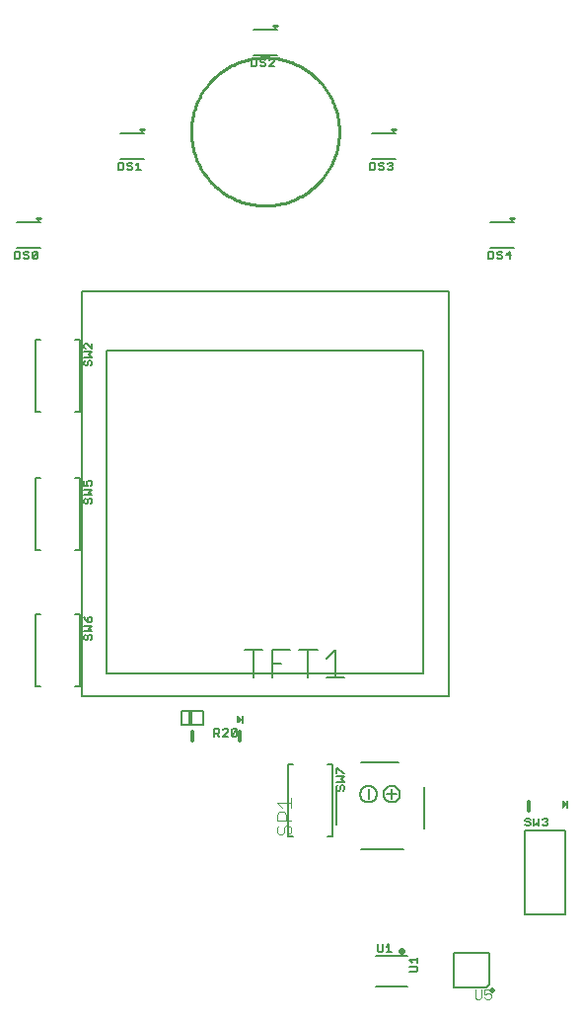
<source format=gbr>
G04 EAGLE Gerber RS-274X export*
G75*
%MOMM*%
%FSLAX34Y34*%
%LPD*%
%INSilkscreen Top*%
%IPPOS*%
%AMOC8*
5,1,8,0,0,1.08239X$1,22.5*%
G01*
%ADD10C,0.254000*%
%ADD11R,0.127000X0.762000*%
%ADD12C,0.304800*%
%ADD13C,0.127000*%
%ADD14C,0.152400*%
%ADD15C,0.101600*%
%ADD16C,0.203200*%
%ADD17C,0.300000*%
%ADD18C,0.508000*%

G36*
X256101Y241943D02*
X256101Y241943D01*
X256130Y241942D01*
X256220Y241969D01*
X256312Y241989D01*
X256337Y242004D01*
X256366Y242013D01*
X256508Y242103D01*
X259683Y244643D01*
X259752Y244720D01*
X259825Y244793D01*
X259834Y244811D01*
X259847Y244825D01*
X259889Y244921D01*
X259935Y245013D01*
X259937Y245033D01*
X259945Y245051D01*
X259954Y245154D01*
X259968Y245257D01*
X259964Y245276D01*
X259966Y245296D01*
X259941Y245397D01*
X259922Y245499D01*
X259912Y245516D01*
X259908Y245535D01*
X259852Y245623D01*
X259801Y245713D01*
X259784Y245730D01*
X259776Y245743D01*
X259751Y245763D01*
X259683Y245831D01*
X256508Y248371D01*
X256482Y248386D01*
X256460Y248407D01*
X256375Y248446D01*
X256293Y248492D01*
X256264Y248498D01*
X256237Y248510D01*
X256144Y248520D01*
X256052Y248538D01*
X256022Y248534D01*
X255993Y248537D01*
X255901Y248517D01*
X255808Y248505D01*
X255781Y248491D01*
X255752Y248485D01*
X255672Y248437D01*
X255588Y248395D01*
X255567Y248374D01*
X255541Y248359D01*
X255480Y248287D01*
X255414Y248221D01*
X255401Y248195D01*
X255381Y248172D01*
X255346Y248085D01*
X255304Y248001D01*
X255300Y247971D01*
X255289Y247944D01*
X255271Y247777D01*
X255271Y242697D01*
X255276Y242668D01*
X255273Y242638D01*
X255295Y242547D01*
X255311Y242454D01*
X255324Y242428D01*
X255331Y242399D01*
X255382Y242320D01*
X255426Y242237D01*
X255447Y242216D01*
X255463Y242191D01*
X255536Y242132D01*
X255604Y242068D01*
X255631Y242055D01*
X255654Y242036D01*
X255742Y242003D01*
X255827Y241964D01*
X255857Y241961D01*
X255884Y241950D01*
X255978Y241947D01*
X256071Y241937D01*
X256101Y241943D01*
G37*
G36*
X534866Y169045D02*
X534866Y169045D01*
X534895Y169044D01*
X534985Y169071D01*
X535077Y169091D01*
X535102Y169106D01*
X535131Y169115D01*
X535273Y169205D01*
X538448Y171745D01*
X538517Y171822D01*
X538590Y171895D01*
X538599Y171913D01*
X538612Y171927D01*
X538654Y172023D01*
X538700Y172115D01*
X538702Y172135D01*
X538710Y172153D01*
X538719Y172256D01*
X538733Y172359D01*
X538729Y172378D01*
X538731Y172398D01*
X538706Y172499D01*
X538687Y172601D01*
X538677Y172618D01*
X538673Y172637D01*
X538617Y172725D01*
X538566Y172815D01*
X538549Y172832D01*
X538541Y172845D01*
X538516Y172865D01*
X538448Y172933D01*
X535273Y175473D01*
X535247Y175488D01*
X535225Y175509D01*
X535140Y175548D01*
X535058Y175594D01*
X535029Y175600D01*
X535002Y175612D01*
X534909Y175622D01*
X534817Y175640D01*
X534787Y175636D01*
X534758Y175639D01*
X534666Y175619D01*
X534573Y175607D01*
X534546Y175593D01*
X534517Y175587D01*
X534437Y175539D01*
X534353Y175497D01*
X534332Y175476D01*
X534306Y175461D01*
X534245Y175389D01*
X534179Y175323D01*
X534166Y175297D01*
X534146Y175274D01*
X534111Y175187D01*
X534069Y175103D01*
X534065Y175073D01*
X534054Y175046D01*
X534036Y174879D01*
X534036Y169799D01*
X534041Y169770D01*
X534038Y169740D01*
X534060Y169649D01*
X534076Y169556D01*
X534089Y169530D01*
X534096Y169501D01*
X534147Y169422D01*
X534191Y169339D01*
X534212Y169318D01*
X534228Y169293D01*
X534301Y169234D01*
X534369Y169170D01*
X534396Y169157D01*
X534419Y169138D01*
X534507Y169105D01*
X534592Y169066D01*
X534622Y169063D01*
X534649Y169052D01*
X534743Y169049D01*
X534836Y169039D01*
X534866Y169045D01*
G37*
D10*
X215900Y749300D02*
X215919Y750858D01*
X215976Y752416D01*
X216072Y753971D01*
X216206Y755524D01*
X216378Y757073D01*
X216587Y758617D01*
X216835Y760156D01*
X217120Y761688D01*
X217443Y763213D01*
X217803Y764729D01*
X218200Y766236D01*
X218634Y767733D01*
X219105Y769219D01*
X219612Y770693D01*
X220155Y772153D01*
X220734Y773600D01*
X221348Y775033D01*
X221997Y776450D01*
X222680Y777850D01*
X223398Y779234D01*
X224149Y780599D01*
X224934Y781946D01*
X225752Y783272D01*
X226602Y784579D01*
X227483Y785864D01*
X228396Y787127D01*
X229340Y788367D01*
X230314Y789584D01*
X231317Y790776D01*
X232350Y791944D01*
X233410Y793086D01*
X234499Y794201D01*
X235614Y795290D01*
X236756Y796350D01*
X237924Y797383D01*
X239116Y798386D01*
X240333Y799360D01*
X241573Y800304D01*
X242836Y801217D01*
X244121Y802098D01*
X245428Y802948D01*
X246754Y803766D01*
X248101Y804551D01*
X249466Y805302D01*
X250850Y806020D01*
X252250Y806703D01*
X253667Y807352D01*
X255100Y807966D01*
X256547Y808545D01*
X258007Y809088D01*
X259481Y809595D01*
X260967Y810066D01*
X262464Y810500D01*
X263971Y810897D01*
X265487Y811257D01*
X267012Y811580D01*
X268544Y811865D01*
X270083Y812113D01*
X271627Y812322D01*
X273176Y812494D01*
X274729Y812628D01*
X276284Y812724D01*
X277842Y812781D01*
X279400Y812800D01*
X280958Y812781D01*
X282516Y812724D01*
X284071Y812628D01*
X285624Y812494D01*
X287173Y812322D01*
X288717Y812113D01*
X290256Y811865D01*
X291788Y811580D01*
X293313Y811257D01*
X294829Y810897D01*
X296336Y810500D01*
X297833Y810066D01*
X299319Y809595D01*
X300793Y809088D01*
X302253Y808545D01*
X303700Y807966D01*
X305133Y807352D01*
X306550Y806703D01*
X307950Y806020D01*
X309334Y805302D01*
X310699Y804551D01*
X312046Y803766D01*
X313372Y802948D01*
X314679Y802098D01*
X315964Y801217D01*
X317227Y800304D01*
X318467Y799360D01*
X319684Y798386D01*
X320876Y797383D01*
X322044Y796350D01*
X323186Y795290D01*
X324301Y794201D01*
X325390Y793086D01*
X326450Y791944D01*
X327483Y790776D01*
X328486Y789584D01*
X329460Y788367D01*
X330404Y787127D01*
X331317Y785864D01*
X332198Y784579D01*
X333048Y783272D01*
X333866Y781946D01*
X334651Y780599D01*
X335402Y779234D01*
X336120Y777850D01*
X336803Y776450D01*
X337452Y775033D01*
X338066Y773600D01*
X338645Y772153D01*
X339188Y770693D01*
X339695Y769219D01*
X340166Y767733D01*
X340600Y766236D01*
X340997Y764729D01*
X341357Y763213D01*
X341680Y761688D01*
X341965Y760156D01*
X342213Y758617D01*
X342422Y757073D01*
X342594Y755524D01*
X342728Y753971D01*
X342824Y752416D01*
X342881Y750858D01*
X342900Y749300D01*
X342881Y747742D01*
X342824Y746184D01*
X342728Y744629D01*
X342594Y743076D01*
X342422Y741527D01*
X342213Y739983D01*
X341965Y738444D01*
X341680Y736912D01*
X341357Y735387D01*
X340997Y733871D01*
X340600Y732364D01*
X340166Y730867D01*
X339695Y729381D01*
X339188Y727907D01*
X338645Y726447D01*
X338066Y725000D01*
X337452Y723567D01*
X336803Y722150D01*
X336120Y720750D01*
X335402Y719366D01*
X334651Y718001D01*
X333866Y716654D01*
X333048Y715328D01*
X332198Y714021D01*
X331317Y712736D01*
X330404Y711473D01*
X329460Y710233D01*
X328486Y709016D01*
X327483Y707824D01*
X326450Y706656D01*
X325390Y705514D01*
X324301Y704399D01*
X323186Y703310D01*
X322044Y702250D01*
X320876Y701217D01*
X319684Y700214D01*
X318467Y699240D01*
X317227Y698296D01*
X315964Y697383D01*
X314679Y696502D01*
X313372Y695652D01*
X312046Y694834D01*
X310699Y694049D01*
X309334Y693298D01*
X307950Y692580D01*
X306550Y691897D01*
X305133Y691248D01*
X303700Y690634D01*
X302253Y690055D01*
X300793Y689512D01*
X299319Y689005D01*
X297833Y688534D01*
X296336Y688100D01*
X294829Y687703D01*
X293313Y687343D01*
X291788Y687020D01*
X290256Y686735D01*
X288717Y686487D01*
X287173Y686278D01*
X285624Y686106D01*
X284071Y685972D01*
X282516Y685876D01*
X280958Y685819D01*
X279400Y685800D01*
X277842Y685819D01*
X276284Y685876D01*
X274729Y685972D01*
X273176Y686106D01*
X271627Y686278D01*
X270083Y686487D01*
X268544Y686735D01*
X267012Y687020D01*
X265487Y687343D01*
X263971Y687703D01*
X262464Y688100D01*
X260967Y688534D01*
X259481Y689005D01*
X258007Y689512D01*
X256547Y690055D01*
X255100Y690634D01*
X253667Y691248D01*
X252250Y691897D01*
X250850Y692580D01*
X249466Y693298D01*
X248101Y694049D01*
X246754Y694834D01*
X245428Y695652D01*
X244121Y696502D01*
X242836Y697383D01*
X241573Y698296D01*
X240333Y699240D01*
X239116Y700214D01*
X237924Y701217D01*
X236756Y702250D01*
X235614Y703310D01*
X234499Y704399D01*
X233410Y705514D01*
X232350Y706656D01*
X231317Y707824D01*
X230314Y709016D01*
X229340Y710233D01*
X228396Y711473D01*
X227483Y712736D01*
X226602Y714021D01*
X225752Y715328D01*
X224934Y716654D01*
X224149Y718001D01*
X223398Y719366D01*
X222680Y720750D01*
X221997Y722150D01*
X221348Y723567D01*
X220734Y725000D01*
X220155Y726447D01*
X219612Y727907D01*
X219105Y729381D01*
X218634Y730867D01*
X218200Y732364D01*
X217803Y733871D01*
X217443Y735387D01*
X217120Y736912D01*
X216835Y738444D01*
X216587Y739983D01*
X216378Y741527D01*
X216206Y743076D01*
X216072Y744629D01*
X215976Y746184D01*
X215919Y747742D01*
X215900Y749300D01*
D11*
X538607Y172339D03*
X259842Y245237D03*
D12*
X505460Y175069D02*
X505460Y167069D01*
X257810Y227013D02*
X257810Y235013D01*
D13*
X120600Y570750D02*
X116600Y570750D01*
X120600Y570750D02*
X120600Y508750D01*
X116600Y508750D01*
X86600Y570750D02*
X82600Y570750D01*
X82600Y508750D01*
X86600Y508750D01*
D14*
X124056Y551794D02*
X125158Y552896D01*
X124056Y551794D02*
X124056Y549591D01*
X125158Y548490D01*
X126260Y548490D01*
X127361Y549591D01*
X127361Y551794D01*
X128463Y552896D01*
X129564Y552896D01*
X130666Y551794D01*
X130666Y549591D01*
X129564Y548490D01*
X130666Y555974D02*
X124056Y555974D01*
X128463Y558177D02*
X130666Y555974D01*
X128463Y558177D02*
X130666Y560380D01*
X124056Y560380D01*
X130666Y563458D02*
X130666Y567864D01*
X130666Y563458D02*
X126260Y567864D01*
X125158Y567864D01*
X124056Y566763D01*
X124056Y564559D01*
X125158Y563458D01*
D13*
X120600Y452640D02*
X116600Y452640D01*
X120600Y452640D02*
X120600Y390640D01*
X116600Y390640D01*
X86600Y452640D02*
X82600Y452640D01*
X82600Y390640D01*
X86600Y390640D01*
D14*
X124056Y433684D02*
X125158Y434786D01*
X124056Y433684D02*
X124056Y431481D01*
X125158Y430380D01*
X126260Y430380D01*
X127361Y431481D01*
X127361Y433684D01*
X128463Y434786D01*
X129564Y434786D01*
X130666Y433684D01*
X130666Y431481D01*
X129564Y430380D01*
X130666Y437864D02*
X124056Y437864D01*
X128463Y440067D02*
X130666Y437864D01*
X128463Y440067D02*
X130666Y442270D01*
X124056Y442270D01*
X124056Y445348D02*
X124056Y449754D01*
X124056Y445348D02*
X127361Y445348D01*
X126260Y447551D01*
X126260Y448653D01*
X127361Y449754D01*
X129564Y449754D01*
X130666Y448653D01*
X130666Y446449D01*
X129564Y445348D01*
D13*
X120600Y335800D02*
X116600Y335800D01*
X120600Y335800D02*
X120600Y273800D01*
X116600Y273800D01*
X86600Y335800D02*
X82600Y335800D01*
X82600Y273800D01*
X86600Y273800D01*
D14*
X124056Y316844D02*
X125158Y317946D01*
X124056Y316844D02*
X124056Y314641D01*
X125158Y313540D01*
X126260Y313540D01*
X127361Y314641D01*
X127361Y316844D01*
X128463Y317946D01*
X129564Y317946D01*
X130666Y316844D01*
X130666Y314641D01*
X129564Y313540D01*
X130666Y321024D02*
X124056Y321024D01*
X128463Y323227D02*
X130666Y321024D01*
X128463Y323227D02*
X130666Y325430D01*
X124056Y325430D01*
X125158Y330711D02*
X124056Y332914D01*
X125158Y330711D02*
X127361Y328508D01*
X129564Y328508D01*
X130666Y329609D01*
X130666Y331813D01*
X129564Y332914D01*
X128463Y332914D01*
X127361Y331813D01*
X127361Y328508D01*
D13*
X333263Y206668D02*
X337263Y206668D01*
X337263Y144668D01*
X333263Y144668D01*
X303263Y206668D02*
X299263Y206668D01*
X299263Y144668D01*
X303263Y144668D01*
D14*
X340719Y187712D02*
X341821Y188814D01*
X340719Y187712D02*
X340719Y185509D01*
X341821Y184408D01*
X342923Y184408D01*
X344024Y185509D01*
X344024Y187712D01*
X345126Y188814D01*
X346227Y188814D01*
X347329Y187712D01*
X347329Y185509D01*
X346227Y184408D01*
X347329Y191892D02*
X340719Y191892D01*
X345126Y194095D02*
X347329Y191892D01*
X345126Y194095D02*
X347329Y196298D01*
X340719Y196298D01*
X340719Y199376D02*
X340719Y203782D01*
X341821Y203782D01*
X346227Y199376D01*
X347329Y199376D01*
D13*
X381020Y181416D02*
X381022Y181590D01*
X381029Y181763D01*
X381039Y181936D01*
X381054Y182109D01*
X381073Y182282D01*
X381097Y182454D01*
X381124Y182625D01*
X381156Y182795D01*
X381192Y182965D01*
X381232Y183134D01*
X381276Y183302D01*
X381324Y183469D01*
X381377Y183634D01*
X381433Y183798D01*
X381494Y183961D01*
X381558Y184122D01*
X381627Y184281D01*
X381699Y184439D01*
X381775Y184595D01*
X381855Y184749D01*
X381939Y184901D01*
X382026Y185051D01*
X382117Y185199D01*
X382212Y185344D01*
X382310Y185488D01*
X382412Y185628D01*
X382517Y185766D01*
X382625Y185902D01*
X382737Y186035D01*
X382852Y186165D01*
X382970Y186292D01*
X383091Y186416D01*
X383215Y186537D01*
X383342Y186655D01*
X383472Y186770D01*
X383605Y186882D01*
X383741Y186990D01*
X383879Y187095D01*
X384019Y187197D01*
X384163Y187295D01*
X384308Y187390D01*
X384456Y187481D01*
X384606Y187568D01*
X384758Y187652D01*
X384912Y187732D01*
X385068Y187808D01*
X385226Y187880D01*
X385385Y187949D01*
X385546Y188013D01*
X385709Y188074D01*
X385873Y188130D01*
X386038Y188183D01*
X386205Y188231D01*
X386373Y188275D01*
X386542Y188315D01*
X386712Y188351D01*
X386882Y188383D01*
X387053Y188410D01*
X387225Y188434D01*
X387398Y188453D01*
X387571Y188468D01*
X387744Y188478D01*
X387917Y188485D01*
X388091Y188487D01*
X388265Y188485D01*
X388438Y188478D01*
X388611Y188468D01*
X388784Y188453D01*
X388957Y188434D01*
X389129Y188410D01*
X389300Y188383D01*
X389470Y188351D01*
X389640Y188315D01*
X389809Y188275D01*
X389977Y188231D01*
X390144Y188183D01*
X390309Y188130D01*
X390473Y188074D01*
X390636Y188013D01*
X390797Y187949D01*
X390956Y187880D01*
X391114Y187808D01*
X391270Y187732D01*
X391424Y187652D01*
X391576Y187568D01*
X391726Y187481D01*
X391874Y187390D01*
X392019Y187295D01*
X392163Y187197D01*
X392303Y187095D01*
X392441Y186990D01*
X392577Y186882D01*
X392710Y186770D01*
X392840Y186655D01*
X392967Y186537D01*
X393091Y186416D01*
X393212Y186292D01*
X393330Y186165D01*
X393445Y186035D01*
X393557Y185902D01*
X393665Y185766D01*
X393770Y185628D01*
X393872Y185488D01*
X393970Y185344D01*
X394065Y185199D01*
X394156Y185051D01*
X394243Y184901D01*
X394327Y184749D01*
X394407Y184595D01*
X394483Y184439D01*
X394555Y184281D01*
X394624Y184122D01*
X394688Y183961D01*
X394749Y183798D01*
X394805Y183634D01*
X394858Y183469D01*
X394906Y183302D01*
X394950Y183134D01*
X394990Y182965D01*
X395026Y182795D01*
X395058Y182625D01*
X395085Y182454D01*
X395109Y182282D01*
X395128Y182109D01*
X395143Y181936D01*
X395153Y181763D01*
X395160Y181590D01*
X395162Y181416D01*
X395160Y181242D01*
X395153Y181069D01*
X395143Y180896D01*
X395128Y180723D01*
X395109Y180550D01*
X395085Y180378D01*
X395058Y180207D01*
X395026Y180037D01*
X394990Y179867D01*
X394950Y179698D01*
X394906Y179530D01*
X394858Y179363D01*
X394805Y179198D01*
X394749Y179034D01*
X394688Y178871D01*
X394624Y178710D01*
X394555Y178551D01*
X394483Y178393D01*
X394407Y178237D01*
X394327Y178083D01*
X394243Y177931D01*
X394156Y177781D01*
X394065Y177633D01*
X393970Y177488D01*
X393872Y177344D01*
X393770Y177204D01*
X393665Y177066D01*
X393557Y176930D01*
X393445Y176797D01*
X393330Y176667D01*
X393212Y176540D01*
X393091Y176416D01*
X392967Y176295D01*
X392840Y176177D01*
X392710Y176062D01*
X392577Y175950D01*
X392441Y175842D01*
X392303Y175737D01*
X392163Y175635D01*
X392019Y175537D01*
X391874Y175442D01*
X391726Y175351D01*
X391576Y175264D01*
X391424Y175180D01*
X391270Y175100D01*
X391114Y175024D01*
X390956Y174952D01*
X390797Y174883D01*
X390636Y174819D01*
X390473Y174758D01*
X390309Y174702D01*
X390144Y174649D01*
X389977Y174601D01*
X389809Y174557D01*
X389640Y174517D01*
X389470Y174481D01*
X389300Y174449D01*
X389129Y174422D01*
X388957Y174398D01*
X388784Y174379D01*
X388611Y174364D01*
X388438Y174354D01*
X388265Y174347D01*
X388091Y174345D01*
X387917Y174347D01*
X387744Y174354D01*
X387571Y174364D01*
X387398Y174379D01*
X387225Y174398D01*
X387053Y174422D01*
X386882Y174449D01*
X386712Y174481D01*
X386542Y174517D01*
X386373Y174557D01*
X386205Y174601D01*
X386038Y174649D01*
X385873Y174702D01*
X385709Y174758D01*
X385546Y174819D01*
X385385Y174883D01*
X385226Y174952D01*
X385068Y175024D01*
X384912Y175100D01*
X384758Y175180D01*
X384606Y175264D01*
X384456Y175351D01*
X384308Y175442D01*
X384163Y175537D01*
X384019Y175635D01*
X383879Y175737D01*
X383741Y175842D01*
X383605Y175950D01*
X383472Y176062D01*
X383342Y176177D01*
X383215Y176295D01*
X383091Y176416D01*
X382970Y176540D01*
X382852Y176667D01*
X382737Y176797D01*
X382625Y176930D01*
X382517Y177066D01*
X382412Y177204D01*
X382310Y177344D01*
X382212Y177488D01*
X382117Y177633D01*
X382026Y177781D01*
X381939Y177931D01*
X381855Y178083D01*
X381775Y178237D01*
X381699Y178393D01*
X381627Y178551D01*
X381558Y178710D01*
X381494Y178871D01*
X381433Y179034D01*
X381377Y179198D01*
X381324Y179363D01*
X381276Y179530D01*
X381232Y179698D01*
X381192Y179867D01*
X381156Y180037D01*
X381124Y180207D01*
X381097Y180378D01*
X381073Y180550D01*
X381054Y180723D01*
X381039Y180896D01*
X381029Y181069D01*
X381022Y181242D01*
X381020Y181416D01*
X388091Y177416D02*
X388091Y185416D01*
X384091Y181416D02*
X392091Y181416D01*
X398091Y133916D02*
X361591Y133916D01*
X415591Y151416D02*
X415591Y187416D01*
X394091Y208916D02*
X362091Y208916D01*
X340591Y187416D02*
X340591Y155416D01*
X361020Y181416D02*
X361022Y181590D01*
X361029Y181763D01*
X361039Y181936D01*
X361054Y182109D01*
X361073Y182282D01*
X361097Y182454D01*
X361124Y182625D01*
X361156Y182795D01*
X361192Y182965D01*
X361232Y183134D01*
X361276Y183302D01*
X361324Y183469D01*
X361377Y183634D01*
X361433Y183798D01*
X361494Y183961D01*
X361558Y184122D01*
X361627Y184281D01*
X361699Y184439D01*
X361775Y184595D01*
X361855Y184749D01*
X361939Y184901D01*
X362026Y185051D01*
X362117Y185199D01*
X362212Y185344D01*
X362310Y185488D01*
X362412Y185628D01*
X362517Y185766D01*
X362625Y185902D01*
X362737Y186035D01*
X362852Y186165D01*
X362970Y186292D01*
X363091Y186416D01*
X363215Y186537D01*
X363342Y186655D01*
X363472Y186770D01*
X363605Y186882D01*
X363741Y186990D01*
X363879Y187095D01*
X364019Y187197D01*
X364163Y187295D01*
X364308Y187390D01*
X364456Y187481D01*
X364606Y187568D01*
X364758Y187652D01*
X364912Y187732D01*
X365068Y187808D01*
X365226Y187880D01*
X365385Y187949D01*
X365546Y188013D01*
X365709Y188074D01*
X365873Y188130D01*
X366038Y188183D01*
X366205Y188231D01*
X366373Y188275D01*
X366542Y188315D01*
X366712Y188351D01*
X366882Y188383D01*
X367053Y188410D01*
X367225Y188434D01*
X367398Y188453D01*
X367571Y188468D01*
X367744Y188478D01*
X367917Y188485D01*
X368091Y188487D01*
X368265Y188485D01*
X368438Y188478D01*
X368611Y188468D01*
X368784Y188453D01*
X368957Y188434D01*
X369129Y188410D01*
X369300Y188383D01*
X369470Y188351D01*
X369640Y188315D01*
X369809Y188275D01*
X369977Y188231D01*
X370144Y188183D01*
X370309Y188130D01*
X370473Y188074D01*
X370636Y188013D01*
X370797Y187949D01*
X370956Y187880D01*
X371114Y187808D01*
X371270Y187732D01*
X371424Y187652D01*
X371576Y187568D01*
X371726Y187481D01*
X371874Y187390D01*
X372019Y187295D01*
X372163Y187197D01*
X372303Y187095D01*
X372441Y186990D01*
X372577Y186882D01*
X372710Y186770D01*
X372840Y186655D01*
X372967Y186537D01*
X373091Y186416D01*
X373212Y186292D01*
X373330Y186165D01*
X373445Y186035D01*
X373557Y185902D01*
X373665Y185766D01*
X373770Y185628D01*
X373872Y185488D01*
X373970Y185344D01*
X374065Y185199D01*
X374156Y185051D01*
X374243Y184901D01*
X374327Y184749D01*
X374407Y184595D01*
X374483Y184439D01*
X374555Y184281D01*
X374624Y184122D01*
X374688Y183961D01*
X374749Y183798D01*
X374805Y183634D01*
X374858Y183469D01*
X374906Y183302D01*
X374950Y183134D01*
X374990Y182965D01*
X375026Y182795D01*
X375058Y182625D01*
X375085Y182454D01*
X375109Y182282D01*
X375128Y182109D01*
X375143Y181936D01*
X375153Y181763D01*
X375160Y181590D01*
X375162Y181416D01*
X375160Y181242D01*
X375153Y181069D01*
X375143Y180896D01*
X375128Y180723D01*
X375109Y180550D01*
X375085Y180378D01*
X375058Y180207D01*
X375026Y180037D01*
X374990Y179867D01*
X374950Y179698D01*
X374906Y179530D01*
X374858Y179363D01*
X374805Y179198D01*
X374749Y179034D01*
X374688Y178871D01*
X374624Y178710D01*
X374555Y178551D01*
X374483Y178393D01*
X374407Y178237D01*
X374327Y178083D01*
X374243Y177931D01*
X374156Y177781D01*
X374065Y177633D01*
X373970Y177488D01*
X373872Y177344D01*
X373770Y177204D01*
X373665Y177066D01*
X373557Y176930D01*
X373445Y176797D01*
X373330Y176667D01*
X373212Y176540D01*
X373091Y176416D01*
X372967Y176295D01*
X372840Y176177D01*
X372710Y176062D01*
X372577Y175950D01*
X372441Y175842D01*
X372303Y175737D01*
X372163Y175635D01*
X372019Y175537D01*
X371874Y175442D01*
X371726Y175351D01*
X371576Y175264D01*
X371424Y175180D01*
X371270Y175100D01*
X371114Y175024D01*
X370956Y174952D01*
X370797Y174883D01*
X370636Y174819D01*
X370473Y174758D01*
X370309Y174702D01*
X370144Y174649D01*
X369977Y174601D01*
X369809Y174557D01*
X369640Y174517D01*
X369470Y174481D01*
X369300Y174449D01*
X369129Y174422D01*
X368957Y174398D01*
X368784Y174379D01*
X368611Y174364D01*
X368438Y174354D01*
X368265Y174347D01*
X368091Y174345D01*
X367917Y174347D01*
X367744Y174354D01*
X367571Y174364D01*
X367398Y174379D01*
X367225Y174398D01*
X367053Y174422D01*
X366882Y174449D01*
X366712Y174481D01*
X366542Y174517D01*
X366373Y174557D01*
X366205Y174601D01*
X366038Y174649D01*
X365873Y174702D01*
X365709Y174758D01*
X365546Y174819D01*
X365385Y174883D01*
X365226Y174952D01*
X365068Y175024D01*
X364912Y175100D01*
X364758Y175180D01*
X364606Y175264D01*
X364456Y175351D01*
X364308Y175442D01*
X364163Y175537D01*
X364019Y175635D01*
X363879Y175737D01*
X363741Y175842D01*
X363605Y175950D01*
X363472Y176062D01*
X363342Y176177D01*
X363215Y176295D01*
X363091Y176416D01*
X362970Y176540D01*
X362852Y176667D01*
X362737Y176797D01*
X362625Y176930D01*
X362517Y177066D01*
X362412Y177204D01*
X362310Y177344D01*
X362212Y177488D01*
X362117Y177633D01*
X362026Y177781D01*
X361939Y177931D01*
X361855Y178083D01*
X361775Y178237D01*
X361699Y178393D01*
X361627Y178551D01*
X361558Y178710D01*
X361494Y178871D01*
X361433Y179034D01*
X361377Y179198D01*
X361324Y179363D01*
X361276Y179530D01*
X361232Y179698D01*
X361192Y179867D01*
X361156Y180037D01*
X361124Y180207D01*
X361097Y180378D01*
X361073Y180550D01*
X361054Y180723D01*
X361039Y180896D01*
X361029Y181069D01*
X361022Y181242D01*
X361020Y181416D01*
X368091Y177416D02*
X368091Y185416D01*
D15*
X291638Y154320D02*
X289689Y152371D01*
X289689Y148473D01*
X291638Y146524D01*
X293587Y146524D01*
X295536Y148473D01*
X295536Y152371D01*
X297485Y154320D01*
X299434Y154320D01*
X301383Y152371D01*
X301383Y148473D01*
X299434Y146524D01*
X301383Y158218D02*
X289689Y158218D01*
X289689Y164065D01*
X291638Y166014D01*
X295536Y166014D01*
X297485Y164065D01*
X297485Y158218D01*
X293587Y169912D02*
X289689Y173810D01*
X301383Y173810D01*
X301383Y169912D02*
X301383Y177708D01*
D13*
X86200Y671400D02*
X66200Y671400D01*
X66200Y649400D02*
X86200Y649400D01*
X87200Y675400D02*
X84200Y675400D01*
X83200Y675400D01*
X85200Y673400D01*
X87200Y675400D01*
X86200Y675400D01*
X85200Y674400D01*
D14*
X64510Y646644D02*
X64510Y640034D01*
X67814Y640034D01*
X68916Y641136D01*
X68916Y645542D01*
X67814Y646644D01*
X64510Y646644D01*
X75299Y646644D02*
X76400Y645542D01*
X75299Y646644D02*
X73095Y646644D01*
X71994Y645542D01*
X71994Y644440D01*
X73095Y643339D01*
X75299Y643339D01*
X76400Y642237D01*
X76400Y641136D01*
X75299Y640034D01*
X73095Y640034D01*
X71994Y641136D01*
X79478Y641136D02*
X79478Y645542D01*
X80579Y646644D01*
X82783Y646644D01*
X83884Y645542D01*
X83884Y641136D01*
X82783Y640034D01*
X80579Y640034D01*
X79478Y641136D01*
X83884Y645542D01*
D13*
X155100Y747600D02*
X175100Y747600D01*
X175100Y725600D02*
X155100Y725600D01*
X173100Y751600D02*
X176100Y751600D01*
X173100Y751600D02*
X172100Y751600D01*
X174100Y749600D01*
X176100Y751600D01*
X175100Y751600D01*
X174100Y750600D01*
D14*
X153410Y722844D02*
X153410Y716234D01*
X156714Y716234D01*
X157816Y717336D01*
X157816Y721742D01*
X156714Y722844D01*
X153410Y722844D01*
X164199Y722844D02*
X165300Y721742D01*
X164199Y722844D02*
X161995Y722844D01*
X160894Y721742D01*
X160894Y720640D01*
X161995Y719539D01*
X164199Y719539D01*
X165300Y718437D01*
X165300Y717336D01*
X164199Y716234D01*
X161995Y716234D01*
X160894Y717336D01*
X168378Y720640D02*
X170581Y722844D01*
X170581Y716234D01*
X168378Y716234D02*
X172784Y716234D01*
D13*
X269400Y836500D02*
X289400Y836500D01*
X289400Y814500D02*
X269400Y814500D01*
X287400Y840500D02*
X290400Y840500D01*
X287400Y840500D02*
X286400Y840500D01*
X288400Y838500D01*
X290400Y840500D01*
X289400Y840500D01*
X288400Y839500D01*
D14*
X267710Y811744D02*
X267710Y805134D01*
X271014Y805134D01*
X272116Y806236D01*
X272116Y810642D01*
X271014Y811744D01*
X267710Y811744D01*
X278499Y811744D02*
X279600Y810642D01*
X278499Y811744D02*
X276295Y811744D01*
X275194Y810642D01*
X275194Y809540D01*
X276295Y808439D01*
X278499Y808439D01*
X279600Y807337D01*
X279600Y806236D01*
X278499Y805134D01*
X276295Y805134D01*
X275194Y806236D01*
X282678Y805134D02*
X287084Y805134D01*
X282678Y805134D02*
X287084Y809540D01*
X287084Y810642D01*
X285983Y811744D01*
X283779Y811744D01*
X282678Y810642D01*
D13*
X371000Y747600D02*
X391000Y747600D01*
X391000Y725600D02*
X371000Y725600D01*
X389000Y751600D02*
X392000Y751600D01*
X389000Y751600D02*
X388000Y751600D01*
X390000Y749600D01*
X392000Y751600D01*
X391000Y751600D01*
X390000Y750600D01*
D14*
X369310Y722844D02*
X369310Y716234D01*
X372614Y716234D01*
X373716Y717336D01*
X373716Y721742D01*
X372614Y722844D01*
X369310Y722844D01*
X380099Y722844D02*
X381200Y721742D01*
X380099Y722844D02*
X377895Y722844D01*
X376794Y721742D01*
X376794Y720640D01*
X377895Y719539D01*
X380099Y719539D01*
X381200Y718437D01*
X381200Y717336D01*
X380099Y716234D01*
X377895Y716234D01*
X376794Y717336D01*
X384278Y721742D02*
X385379Y722844D01*
X387583Y722844D01*
X388684Y721742D01*
X388684Y720640D01*
X387583Y719539D01*
X386481Y719539D01*
X387583Y719539D02*
X388684Y718437D01*
X388684Y717336D01*
X387583Y716234D01*
X385379Y716234D01*
X384278Y717336D01*
D13*
X472600Y671400D02*
X492600Y671400D01*
X492600Y649400D02*
X472600Y649400D01*
X490600Y675400D02*
X493600Y675400D01*
X490600Y675400D02*
X489600Y675400D01*
X491600Y673400D01*
X493600Y675400D01*
X492600Y675400D01*
X491600Y674400D01*
D14*
X470910Y646644D02*
X470910Y640034D01*
X474214Y640034D01*
X475316Y641136D01*
X475316Y645542D01*
X474214Y646644D01*
X470910Y646644D01*
X481699Y646644D02*
X482800Y645542D01*
X481699Y646644D02*
X479495Y646644D01*
X478394Y645542D01*
X478394Y644440D01*
X479495Y643339D01*
X481699Y643339D01*
X482800Y642237D01*
X482800Y641136D01*
X481699Y640034D01*
X479495Y640034D01*
X478394Y641136D01*
X489183Y640034D02*
X489183Y646644D01*
X485878Y643339D01*
X490284Y643339D01*
D13*
X415400Y285000D02*
X143400Y285000D01*
X143400Y561200D01*
X415400Y561200D01*
X415400Y285000D01*
X437000Y265000D02*
X121800Y265000D01*
X121800Y612000D01*
X437000Y612000D01*
X437000Y265000D01*
D16*
X269660Y281616D02*
X269660Y305004D01*
X261864Y305004D02*
X277456Y305004D01*
X285252Y305004D02*
X285252Y281616D01*
X285252Y305004D02*
X300844Y305004D01*
X293048Y293310D02*
X285252Y293310D01*
X316436Y281616D02*
X316436Y305004D01*
X308640Y305004D02*
X324232Y305004D01*
X332028Y297208D02*
X339824Y305004D01*
X339824Y281616D01*
X332028Y281616D02*
X347620Y281616D01*
D13*
X374358Y42964D02*
X401358Y42964D01*
X401358Y15964D02*
X374358Y15964D01*
X376858Y15964D02*
X398858Y15964D01*
X398858Y42964D02*
X376858Y42964D01*
D17*
X395858Y46464D02*
X395860Y46527D01*
X395866Y46589D01*
X395876Y46651D01*
X395889Y46713D01*
X395907Y46773D01*
X395928Y46832D01*
X395953Y46890D01*
X395982Y46946D01*
X396014Y47000D01*
X396049Y47052D01*
X396087Y47101D01*
X396129Y47149D01*
X396173Y47193D01*
X396221Y47235D01*
X396270Y47273D01*
X396322Y47308D01*
X396376Y47340D01*
X396432Y47369D01*
X396490Y47394D01*
X396549Y47415D01*
X396609Y47433D01*
X396671Y47446D01*
X396733Y47456D01*
X396795Y47462D01*
X396858Y47464D01*
X396921Y47462D01*
X396983Y47456D01*
X397045Y47446D01*
X397107Y47433D01*
X397167Y47415D01*
X397226Y47394D01*
X397284Y47369D01*
X397340Y47340D01*
X397394Y47308D01*
X397446Y47273D01*
X397495Y47235D01*
X397543Y47193D01*
X397587Y47149D01*
X397629Y47101D01*
X397667Y47052D01*
X397702Y47000D01*
X397734Y46946D01*
X397763Y46890D01*
X397788Y46832D01*
X397809Y46773D01*
X397827Y46713D01*
X397840Y46651D01*
X397850Y46589D01*
X397856Y46527D01*
X397858Y46464D01*
X397856Y46401D01*
X397850Y46339D01*
X397840Y46277D01*
X397827Y46215D01*
X397809Y46155D01*
X397788Y46096D01*
X397763Y46038D01*
X397734Y45982D01*
X397702Y45928D01*
X397667Y45876D01*
X397629Y45827D01*
X397587Y45779D01*
X397543Y45735D01*
X397495Y45693D01*
X397446Y45655D01*
X397394Y45620D01*
X397340Y45588D01*
X397284Y45559D01*
X397226Y45534D01*
X397167Y45513D01*
X397107Y45495D01*
X397045Y45482D01*
X396983Y45472D01*
X396921Y45466D01*
X396858Y45464D01*
X396795Y45466D01*
X396733Y45472D01*
X396671Y45482D01*
X396609Y45495D01*
X396549Y45513D01*
X396490Y45534D01*
X396432Y45559D01*
X396376Y45588D01*
X396322Y45620D01*
X396270Y45655D01*
X396221Y45693D01*
X396173Y45735D01*
X396129Y45779D01*
X396087Y45827D01*
X396049Y45876D01*
X396014Y45928D01*
X395982Y45982D01*
X395953Y46038D01*
X395928Y46096D01*
X395907Y46155D01*
X395889Y46215D01*
X395876Y46277D01*
X395866Y46339D01*
X395860Y46401D01*
X395858Y46464D01*
D14*
X403594Y29158D02*
X409102Y29158D01*
X410204Y30259D01*
X410204Y32463D01*
X409102Y33564D01*
X403594Y33564D01*
X405798Y36642D02*
X403594Y38845D01*
X410204Y38845D01*
X410204Y36642D02*
X410204Y41048D01*
X376020Y47008D02*
X376020Y52516D01*
X376020Y47008D02*
X377122Y45906D01*
X379325Y45906D01*
X380426Y47008D01*
X380426Y52516D01*
X383504Y50312D02*
X385707Y52516D01*
X385707Y45906D01*
X383504Y45906D02*
X387911Y45906D01*
D13*
X214789Y252396D02*
X207289Y252396D01*
X214789Y252396D02*
X215789Y252396D01*
X226289Y252396D01*
X226289Y240364D01*
X215789Y240364D01*
X214789Y240364D02*
X207289Y240364D01*
X207289Y252396D01*
X214789Y252396D02*
X214789Y240364D01*
X215789Y240364D01*
X215789Y252396D01*
X536930Y150450D02*
X536930Y78450D01*
X501930Y78450D01*
X501930Y150450D01*
X536930Y150450D01*
D14*
X506958Y159580D02*
X505857Y160682D01*
X503654Y160682D01*
X502552Y159580D01*
X502552Y158478D01*
X503654Y157377D01*
X505857Y157377D01*
X506958Y156275D01*
X506958Y155174D01*
X505857Y154072D01*
X503654Y154072D01*
X502552Y155174D01*
X510036Y154072D02*
X510036Y160682D01*
X512239Y156275D02*
X510036Y154072D01*
X512239Y156275D02*
X514443Y154072D01*
X514443Y160682D01*
X517520Y159580D02*
X518622Y160682D01*
X520825Y160682D01*
X521927Y159580D01*
X521927Y158478D01*
X520825Y157377D01*
X519724Y157377D01*
X520825Y157377D02*
X521927Y156275D01*
X521927Y155174D01*
X520825Y154072D01*
X518622Y154072D01*
X517520Y155174D01*
D12*
X217170Y227140D02*
X217170Y235140D01*
D14*
X235712Y237242D02*
X235712Y230632D01*
X235712Y237242D02*
X239017Y237242D01*
X240118Y236140D01*
X240118Y233937D01*
X239017Y232835D01*
X235712Y232835D01*
X237915Y232835D02*
X240118Y230632D01*
X243196Y230632D02*
X247603Y230632D01*
X247603Y235038D02*
X243196Y230632D01*
X247603Y235038D02*
X247603Y236140D01*
X246501Y237242D01*
X244298Y237242D01*
X243196Y236140D01*
X250680Y236140D02*
X250680Y231734D01*
X250680Y236140D02*
X251782Y237242D01*
X253985Y237242D01*
X255087Y236140D01*
X255087Y231734D01*
X253985Y230632D01*
X251782Y230632D01*
X250680Y231734D01*
X255087Y236140D01*
D13*
X471565Y45480D02*
X471565Y18000D01*
X469045Y15480D01*
X441565Y15480D01*
X441565Y45480D01*
X471565Y45480D01*
D18*
X474345Y12700D03*
D15*
X459751Y13469D02*
X459751Y6901D01*
X461065Y5588D01*
X463692Y5588D01*
X465005Y6901D01*
X465005Y13469D01*
X467937Y13469D02*
X473191Y13469D01*
X467937Y13469D02*
X467937Y9528D01*
X470564Y10842D01*
X471878Y10842D01*
X473191Y9528D01*
X473191Y6901D01*
X471878Y5588D01*
X469251Y5588D01*
X467937Y6901D01*
M02*

</source>
